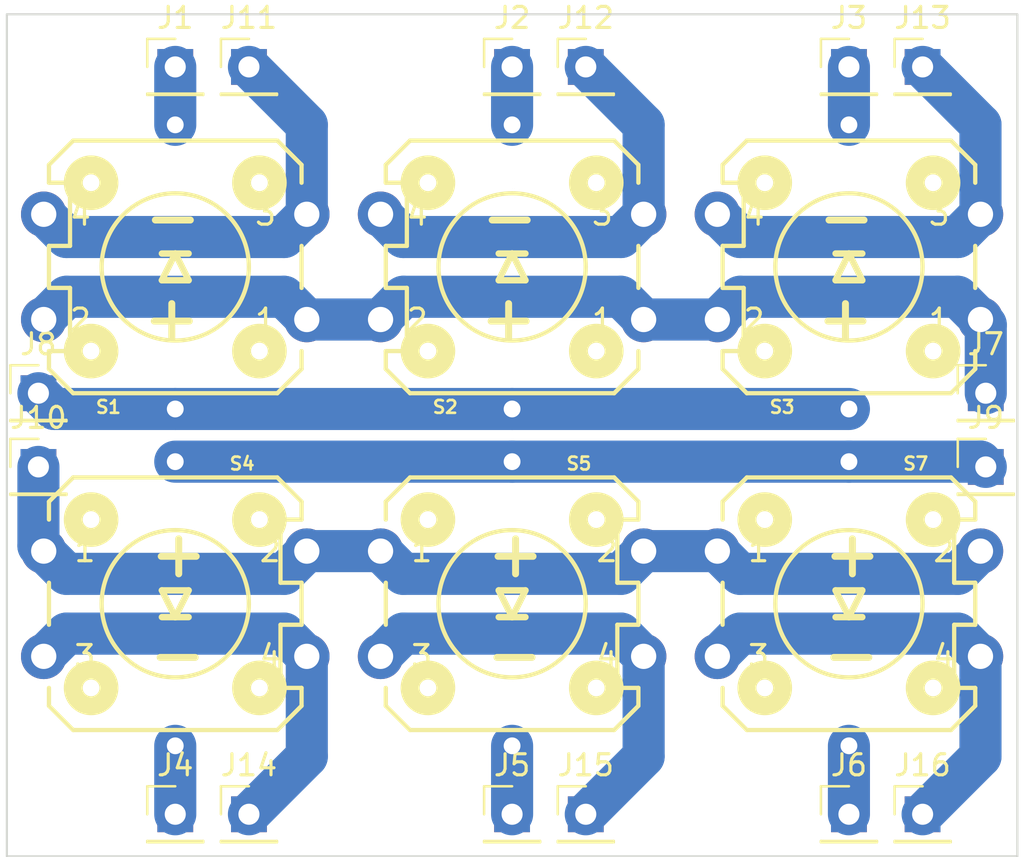
<source format=kicad_pcb>
(kicad_pcb (version 20221018) (generator pcbnew)
  (layers (0 "F.Cu" signal) (31 "B.Cu" signal) (34 "B.Paste" user) (35 "F.Paste" user) (36 "B.SilkS" user "B.Silkscreen") (37 "F.SilkS" user "F.Silkscreen") (38 "B.Mask" user) (39 "F.Mask" user) (44 "Edge.Cuts" user))
  (net 0 "")
  (net 1 "/AH")
  (net 2 "/AL")
  (net 3 "Net-(J1-Pin_1)")
  (net 4 "Net-(J2-Pin_1)")
  (net 5 "Net-(J3-Pin_1)")
  (net 6 "Net-(J4-Pin_1)")
  (net 7 "Net-(J5-Pin_1)")
  (net 8 "Net-(J6-Pin_1)")
  (net 9 "/VSSH")
  (net 10 "/VSSL")
  (net 11 "Net-(J11-Pin_1)")
  (net 12 "Net-(J12-Pin_1)")
  (net 13 "Net-(J13-Pin_1)")
  (net 14 "Net-(J14-Pin_1)")
  (net 15 "Net-(J15-Pin_1)")
  (net 16 "Net-(J16-Pin_1)")
  (footprint "Connector_PinHeader_2.54mm:PinHeader_1x01_P2.54mm_Vertical" (layer "F.Cu") (at 84 82.5)
    (fp_text reference "J1" (at 0 -2.33) (layer "F.SilkS"))
    (fp_text value "Conn_01x01_Pin" hide)
    (fp_line (start -1.33 -1.33) (end 0 -1.33) (stroke (width 0.12)) (layer "F.SilkS"))
    (fp_line (start -1.33 0) (end -1.33 -1.33) (stroke (width 0.12)) (layer "F.SilkS"))
    (fp_line (start -1.33 1.27) (end -1.33 1.33) (stroke (width 0.12)) (layer "F.SilkS"))
    (fp_line (start -1.33 1.27) (end 1.33 1.27) (stroke (width 0.12)) (layer "F.SilkS"))
    (fp_line (start -1.33 1.33) (end 1.33 1.33) (stroke (width 0.12)) (layer "F.SilkS"))
    (fp_line (start 1.33 1.27) (end 1.33 1.33) (stroke (width 0.12)) (layer "F.SilkS"))
    (pad "1" thru_hole rect (at 0 0) (size 1.7 1.7) (drill 1) (layers "*.Cu" "*.Mask") (net 3 "Net-(J1-Pin_1)"))
  )
  (footprint "Connector_PinHeader_2.54mm:PinHeader_1x01_P2.54mm_Vertical" (layer "F.Cu") (at 77.5 101.5)
    (fp_text reference "J10" (at 0 -2.33) (layer "F.SilkS"))
    (fp_text value "Conn_01x01_Pin" hide)
    (fp_line (start -1.33 -1.33) (end 0 -1.33) (stroke (width 0.12)) (layer "F.SilkS"))
    (fp_line (start -1.33 0) (end -1.33 -1.33) (stroke (width 0.12)) (layer "F.SilkS"))
    (fp_line (start -1.33 1.27) (end -1.33 1.33) (stroke (width 0.12)) (layer "F.SilkS"))
    (fp_line (start -1.33 1.27) (end 1.33 1.27) (stroke (width 0.12)) (layer "F.SilkS"))
    (fp_line (start -1.33 1.33) (end 1.33 1.33) (stroke (width 0.12)) (layer "F.SilkS"))
    (fp_line (start 1.33 1.27) (end 1.33 1.33) (stroke (width 0.12)) (layer "F.SilkS"))
    (pad "1" thru_hole rect (at 0 0) (size 1.7 1.7) (drill 1) (layers "*.Cu" "*.Mask") (net 10 "/VSSL"))
  )
  (footprint "Connector_PinHeader_2.54mm:PinHeader_1x01_P2.54mm_Vertical" (layer "F.Cu") (at 87.5 118)
    (fp_text reference "J14" (at 0 -2.33) (layer "F.SilkS"))
    (fp_text value "Conn_01x01_Pin" hide)
    (fp_line (start -1.33 -1.33) (end 0 -1.33) (stroke (width 0.12)) (layer "F.SilkS"))
    (fp_line (start -1.33 0) (end -1.33 -1.33) (stroke (width 0.12)) (layer "F.SilkS"))
    (fp_line (start -1.33 1.27) (end -1.33 1.33) (stroke (width 0.12)) (layer "F.SilkS"))
    (fp_line (start -1.33 1.27) (end 1.33 1.27) (stroke (width 0.12)) (layer "F.SilkS"))
    (fp_line (start -1.33 1.33) (end 1.33 1.33) (stroke (width 0.12)) (layer "F.SilkS"))
    (fp_line (start 1.33 1.27) (end 1.33 1.33) (stroke (width 0.12)) (layer "F.SilkS"))
    (pad "1" thru_hole rect (at 0 0) (size 1.7 1.7) (drill 1) (layers "*.Cu" "*.Mask") (net 14 "Net-(J14-Pin_1)"))
  )
  (footprint "Connector_PinHeader_2.54mm:PinHeader_1x01_P2.54mm_Vertical" (layer "F.Cu") (at 122.5 98)
    (fp_text reference "J7" (at 0 -2.33) (layer "F.SilkS"))
    (fp_text value "Conn_01x01_Pin" hide)
    (fp_line (start -1.33 -1.33) (end 0 -1.33) (stroke (width 0.12)) (layer "F.SilkS"))
    (fp_line (start -1.33 0) (end -1.33 -1.33) (stroke (width 0.12)) (layer "F.SilkS"))
    (fp_line (start -1.33 1.27) (end -1.33 1.33) (stroke (width 0.12)) (layer "F.SilkS"))
    (fp_line (start -1.33 1.27) (end 1.33 1.27) (stroke (width 0.12)) (layer "F.SilkS"))
    (fp_line (start -1.33 1.33) (end 1.33 1.33) (stroke (width 0.12)) (layer "F.SilkS"))
    (fp_line (start 1.33 1.27) (end 1.33 1.33) (stroke (width 0.12)) (layer "F.SilkS"))
    (pad "1" thru_hole rect (at 0 0) (size 1.7 1.7) (drill 1) (layers "*.Cu" "*.Mask") (net 9 "/VSSH"))
  )
  (footprint "mod:TACTILE_SWITCH_LED_PTH_12MM" (layer "F.Cu") (at 84 108)
    (fp_text reference "S4" (at 3.175 -6.6548) (layer "F.SilkS") (effects (font (size 0.6096 0.6096) (thickness 0.127))))
    (fp_text value "MOMENTARY-SWITCH-SPST-LED-PTH-12MM" hide)
    (fp_text user "2" (at 4.50596 -2.50698) (layer "F.SilkS") (effects (font (size 1.016 1.016) (thickness 0.1524))))
    (fp_text user "1" (at -4.29006 -2.50698) (layer "F.SilkS") (effects (font (size 1.016 1.016) (thickness 0.1524))))
    (fp_text user "+" (at 0.1651 -2.413) (layer "F.SilkS") (effects (font (size 2.18186 2.18186) (thickness 0.3302))))
    (fp_text user "3" (at -4.29006 2.49174) (layer "F.SilkS") (effects (font (size 1.016 1.016) (thickness 0.1524))))
    (fp_text user "4" (at 4.50596 2.49174) (layer "F.SilkS") (effects (font (size 1.016 1.016) (thickness 0.1524))))
    (fp_text user "-" (at 0.1143 2.3876) (layer "F.SilkS") (effects (font (size 2.18186 2.18186) (thickness 0.3302))))
    (fp_line (start -5.99948 -4.84886) (end -4.84886 -5.99948) (stroke (width 0.2032)) (layer "F.SilkS"))
    (fp_line (start -5.99948 -3.99796) (end -5.99948 -4.84886) (stroke (width 0.2032)) (layer "F.SilkS"))
    (fp_line (start -5.99948 0.99822) (end -5.99948 -0.99822) (stroke (width 0.2032)) (layer "F.SilkS"))
    (fp_line (start -5.99948 4.84886) (end -5.99948 3.99796) (stroke (width 0.2032)) (layer "F.SilkS"))
    (fp_line (start -4.84886 -5.99948) (end 4.84886 -5.99948) (stroke (width 0.2032)) (layer "F.SilkS"))
    (fp_line (start -4.84886 5.99948) (end -5.99948 4.84886) (stroke (width 0.2032)) (layer "F.SilkS"))
    (fp_line (start -0.635 -0.635) (end 0 0.635) (stroke (width 0.3048)) (layer "F.SilkS"))
    (fp_line (start 0 0.635) (end -0.635 0.635) (stroke (width 0.3048)) (layer "F.SilkS"))
    (fp_line (start 0 0.635) (end 0.635 -0.635) (stroke (width 0.3048)) (layer "F.SilkS"))
    (fp_line (start 0.635 -0.635) (end -0.635 -0.635) (stroke (width 0.3048)) (layer "F.SilkS"))
    (fp_line (start 0.635 0.635) (end 0 0.635) (stroke (width 0.3048)) (layer "F.SilkS"))
    (fp_line (start 4.84886 -5.99948) (end 5.99948 -4.84886) (stroke (width 0.2032)) (layer "F.SilkS"))
    (fp_line (start 4.84886 5.99948) (end -4.84886 5.99948) (stroke (width 0.2032)) (layer "F.SilkS"))
    (fp_line (start 4.99872 -3.99796) (end 5.99948 -3.99796) (stroke (width 0.2032)) (layer "F.SilkS"))
    (fp_line (start 4.99872 -0.99822) (end 4.99872 -3.99796) (stroke (width 0.2032)) (layer "F.SilkS"))
    (fp_line (start 4.99872 0.99822) (end 4.99872 3.99796) (stroke (width 0.2032)) (layer "F.SilkS"))
    (fp_line (start 4.99872 3.99796) (end 5.99948 3.99796) (stroke (width 0.2032)) (layer "F.SilkS"))
    (fp_line (start 5.99948 -4.84886) (end 5.99948 -3.99796) (stroke (width 0.2032)) (layer "F.SilkS"))
    (fp_line (start 5.99948 -0.99822) (end 4.99872 -0.99822) (stroke (width 0.2032)) (layer "F.SilkS"))
    (fp_line (start 5.99948 -0.99822) (end 5.99948 0.99822) (stroke (width 0.2032)) (layer "F.SilkS"))
    (fp_line (start 5.99948 0.99822) (end 4.99872 0.99822) (stroke (width 0.2032)) (layer "F.SilkS"))
    (fp_line (start 5.99948 3.99796) (end 5.99948 4.84886) (stroke (width 0.2032)) (layer "F.SilkS"))
    (fp_line (start 5.99948 4.84886) (end 4.84886 5.99948) (stroke (width 0.2032)) (layer "F.SilkS"))
    (fp_circle (center -3.99796 -3.99796) (end -3.99796 -4.39674) (stroke (width 0.89916)) (fill none) (layer "F.SilkS"))
    (fp_circle (center -3.99796 3.99796) (end -3.99796 3.59918) (stroke (width 0.89916)) (fill none) (layer "F.SilkS"))
    (fp_circle (center 0 0) (end 0 -3.49758) (stroke (width 0.2032)) (fill none) (layer "F.SilkS"))
    (fp_circle (center 3.99796 -3.99796) (end 3.99796 -4.39674) (stroke (width 0.89916)) (fill none) (layer "F.SilkS"))
    (fp_circle (center 3.99796 3.99796) (end 3.99796 3.59918) (stroke (width 0.89916)) (fill none) (layer "F.SilkS"))
    (pad "" np_thru_hole circle (at 0 -4.49834) (size 1.59766 1.59766) (drill 1.59766) (layers "*.Cu" "*.Mask"))
    (pad "" np_thru_hole circle (at 0 4.49834) (size 1.59766 1.59766) (drill 1.59766) (layers "*.Cu" "*.Mask"))
    (pad "1" thru_hole circle (at -6.2484 -2.49936) (size 2.159 2.159) (drill 1.19888) (layers "*.Cu" "*.Mask") (net 10 "/VSSL"))
    (pad "2" thru_hole circle (at 6.2484 -2.49936) (size 2.159 2.159) (drill 1.19888) (layers "*.Cu" "*.Mask") (net 10 "/VSSL"))
    (pad "3" thru_hole circle (at -6.2484 2.49936) (size 2.159 2.159) (drill 1.19888) (layers "*.Cu" "*.Mask") (net 14 "Net-(J14-Pin_1)"))
    (pad "4" thru_hole circle (at 6.2484 2.49936) (size 2.159 2.159) (drill 1.19888) (layers "*.Cu" "*.Mask") (net 14 "Net-(J14-Pin_1)"))
    (pad "A" thru_hole circle (at 0 -6.74878) (size 1.6764 1.6764) (drill 0.79756) (layers "*.Cu" "*.Mask") (net 2 "/AL"))
    (pad "C" thru_hole circle (at 0 6.74878) (size 1.6764 1.6764) (drill 0.79756) (layers "*.Cu" "*.Mask") (net 6 "Net-(J4-Pin_1)"))
  )
  (footprint "Connector_PinHeader_2.54mm:PinHeader_1x01_P2.54mm_Vertical" (layer "F.Cu") (at 116 82.5)
    (fp_text reference "J3" (at 0 -2.33) (layer "F.SilkS"))
    (fp_text value "Conn_01x01_Pin" hide)
    (fp_line (start -1.33 -1.33) (end 0 -1.33) (stroke (width 0.12)) (layer "F.SilkS"))
    (fp_line (start -1.33 0) (end -1.33 -1.33) (stroke (width 0.12)) (layer "F.SilkS"))
    (fp_line (start -1.33 1.27) (end -1.33 1.33) (stroke (width 0.12)) (layer "F.SilkS"))
    (fp_line (start -1.33 1.27) (end 1.33 1.27) (stroke (width 0.12)) (layer "F.SilkS"))
    (fp_line (start -1.33 1.33) (end 1.33 1.33) (stroke (width 0.12)) (layer "F.SilkS"))
    (fp_line (start 1.33 1.27) (end 1.33 1.33) (stroke (width 0.12)) (layer "F.SilkS"))
    (pad "1" thru_hole rect (at 0 0) (size 1.7 1.7) (drill 1) (layers "*.Cu" "*.Mask") (net 5 "Net-(J3-Pin_1)"))
  )
  (footprint "mod:TACTILE_SWITCH_LED_PTH_12MM" (layer "F.Cu") (at 100 108)
    (fp_text reference "S5" (at 3.175 -6.6548) (layer "F.SilkS") (effects (font (size 0.6096 0.6096) (thickness 0.127))))
    (fp_text value "MOMENTARY-SWITCH-SPST-LED-PTH-12MM" hide)
    (fp_text user "2" (at 4.50596 -2.50698) (layer "F.SilkS") (effects (font (size 1.016 1.016) (thickness 0.1524))))
    (fp_text user "+" (at 0.1651 -2.413) (layer "F.SilkS") (effects (font (size 2.18186 2.18186) (thickness 0.3302))))
    (fp_text user "3" (at -4.29006 2.49174) (layer "F.SilkS") (effects (font (size 1.016 1.016) (thickness 0.1524))))
    (fp_text user "4" (at 4.50596 2.49174) (layer "F.SilkS") (effects (font (size 1.016 1.016) (thickness 0.1524))))
    (fp_text user "1" (at -4.29006 -2.50698) (layer "F.SilkS") (effects (font (size 1.016 1.016) (thickness 0.1524))))
    (fp_text user "-" (at 0.1143 2.3876) (layer "F.SilkS") (effects (font (size 2.18186 2.18186) (thickness 0.3302))))
    (fp_line (start -5.99948 -4.84886) (end -4.84886 -5.99948) (stroke (width 0.2032)) (layer "F.SilkS"))
    (fp_line (start -5.99948 -3.99796) (end -5.99948 -4.84886) (stroke (width 0.2032)) (layer "F.SilkS"))
    (fp_line (start -5.99948 0.99822) (end -5.99948 -0.99822) (stroke (width 0.2032)) (layer "F.SilkS"))
    (fp_line (start -5.99948 4.84886) (end -5.99948 3.99796) (stroke (width 0.2032)) (layer "F.SilkS"))
    (fp_line (start -4.84886 -5.99948) (end 4.84886 -5.99948) (stroke (width 0.2032)) (layer "F.SilkS"))
    (fp_line (start -4.84886 5.99948) (end -5.99948 4.84886) (stroke (width 0.2032)) (layer "F.SilkS"))
    (fp_line (start -0.635 -0.635) (end 0 0.635) (stroke (width 0.3048)) (layer "F.SilkS"))
    (fp_line (start 0 0.635) (end -0.635 0.635) (stroke (width 0.3048)) (layer "F.SilkS"))
    (fp_line (start 0 0.635) (end 0.635 -0.635) (stroke (width 0.3048)) (layer "F.SilkS"))
    (fp_line (start 0.635 -0.635) (end -0.635 -0.635) (stroke (width 0.3048)) (layer "F.SilkS"))
    (fp_line (start 0.635 0.635) (end 0 0.635) (stroke (width 0.3048)) (layer "F.SilkS"))
    (fp_line (start 4.84886 -5.99948) (end 5.99948 -4.84886) (stroke (width 0.2032)) (layer "F.SilkS"))
    (fp_line (start 4.84886 5.99948) (end -4.84886 5.99948) (stroke (width 0.2032)) (layer "F.SilkS"))
    (fp_line (start 4.99872 -3.99796) (end 5.99948 -3.99796) (stroke (width 0.2032)) (layer "F.SilkS"))
    (fp_line (start 4.99872 -0.99822) (end 4.99872 -3.99796) (stroke (width 0.2032)) (layer "F.SilkS"))
    (fp_line (start 4.99872 0.99822) (end 4.99872 3.99796) (stroke (width 0.2032)) (layer "F.SilkS"))
    (fp_line (start 4.99872 3.99796) (end 5.99948 3.99796) (stroke (width 0.2032)) (layer "F.SilkS"))
    (fp_line (start 5.99948 -4.84886) (end 5.99948 -3.99796) (stroke (width 0.2032)) (layer "F.SilkS"))
    (fp_line (start 5.99948 -0.99822) (end 4.99872 -0.99822) (stroke (width 0.2032)) (layer "F.SilkS"))
    (fp_line (start 5.99948 -0.99822) (end 5.99948 0.99822) (stroke (width 0.2032)) (layer "F.SilkS"))
    (fp_line (start 5.99948 0.99822) (end 4.99872 0.99822) (stroke (width 0.2032)) (layer "F.SilkS"))
    (fp_line (start 5.99948 3.99796) (end 5.99948 4.84886) (stroke (width 0.2032)) (layer "F.SilkS"))
    (fp_line (start 5.99948 4.84886) (end 4.84886 5.99948) (stroke (width 0.2032)) (layer "F.SilkS"))
    (fp_circle (center -3.99796 -3.99796) (end -3.99796 -4.39674) (stroke (width 0.89916)) (fill none) (layer "F.SilkS"))
    (fp_circle (center -3.99796 3.99796) (end -3.99796 3.59918) (stroke (width 0.89916)) (fill none) (layer "F.SilkS"))
    (fp_circle (center 0 0) (end 0 -3.49758) (stroke (width 0.2032)) (fill none) (layer "F.SilkS"))
    (fp_circle (center 3.99796 -3.99796) (end 3.99796 -4.39674) (stroke (width 0.89916)) (fill none) (layer "F.SilkS"))
    (fp_circle (center 3.99796 3.99796) (end 3.99796 3.59918) (stroke (width 0.89916)) (fill none) (layer "F.SilkS"))
    (pad "" np_thru_hole circle (at 0 -4.49834) (size 1.59766 1.59766) (drill 1.59766) (layers "*.Cu" "*.Mask"))
    (pad "" np_thru_hole circle (at 0 4.49834) (size 1.59766 1.59766) (drill 1.59766) (layers "*.Cu" "*.Mask"))
    (pad "1" thru_hole circle (at -6.2484 -2.49936) (size 2.159 2.159) (drill 1.19888) (layers "*.Cu" "*.Mask") (net 10 "/VSSL"))
    (pad "2" thru_hole circle (at 6.2484 -2.49936) (size 2.159 2.159) (drill 1.19888) (layers "*.Cu" "*.Mask") (net 10 "/VSSL"))
    (pad "3" thru_hole circle (at -6.2484 2.49936) (size 2.159 2.159) (drill 1.19888) (layers "*.Cu" "*.Mask") (net 15 "Net-(J15-Pin_1)"))
    (pad "4" thru_hole circle (at 6.2484 2.49936) (size 2.159 2.159) (drill 1.19888) (layers "*.Cu" "*.Mask") (net 15 "Net-(J15-Pin_1)"))
    (pad "A" thru_hole circle (at 0 -6.74878) (size 1.6764 1.6764) (drill 0.79756) (layers "*.Cu" "*.Mask") (net 2 "/AL"))
    (pad "C" thru_hole circle (at 0 6.74878) (size 1.6764 1.6764) (drill 0.79756) (layers "*.Cu" "*.Mask") (net 7 "Net-(J5-Pin_1)"))
  )
  (footprint "Connector_PinHeader_2.54mm:PinHeader_1x01_P2.54mm_Vertical" (layer "F.Cu") (at 116 118)
    (fp_text reference "J6" (at 0 -2.33) (layer "F.SilkS"))
    (fp_text value "Conn_01x01_Pin" hide)
    (fp_line (start -1.33 -1.33) (end 0 -1.33) (stroke (width 0.12)) (layer "F.SilkS"))
    (fp_line (start -1.33 0) (end -1.33 -1.33) (stroke (width 0.12)) (layer "F.SilkS"))
    (fp_line (start -1.33 1.27) (end -1.33 1.33) (stroke (width 0.12)) (layer "F.SilkS"))
    (fp_line (start -1.33 1.27) (end 1.33 1.27) (stroke (width 0.12)) (layer "F.SilkS"))
    (fp_line (start -1.33 1.33) (end 1.33 1.33) (stroke (width 0.12)) (layer "F.SilkS"))
    (fp_line (start 1.33 1.27) (end 1.33 1.33) (stroke (width 0.12)) (layer "F.SilkS"))
    (pad "1" thru_hole rect (at 0 0) (size 1.7 1.7) (drill 1) (layers "*.Cu" "*.Mask") (net 8 "Net-(J6-Pin_1)"))
  )
  (footprint "mod:TACTILE_SWITCH_LED_PTH_12MM" (layer "F.Cu") (at 84 92 180)
    (fp_text reference "S1" (at 3.175 -6.6548) (layer "F.SilkS") (effects (font (size 0.6096 0.6096) (thickness 0.127))))
    (fp_text value "MOMENTARY-SWITCH-SPST-LED-PTH-12MM" hide)
    (fp_text user "-" (at 0.1143 2.3876) (layer "F.SilkS") (effects (font (size 2.18186 2.18186) (thickness 0.3302))))
    (fp_text user "4" (at 4.50596 2.49174) (layer "F.SilkS") (effects (font (size 1.016 1.016) (thickness 0.1524))))
    (fp_text user "1" (at -4.29006 -2.50698) (layer "F.SilkS") (effects (font (size 1.016 1.016) (thickness 0.1524))))
    (fp_text user "3" (at -4.29006 2.49174) (layer "F.SilkS") (effects (font (size 1.016 1.016) (thickness 0.1524))))
    (fp_text user "+" (at 0.1651 -2.413) (layer "F.SilkS") (effects (font (size 2.18186 2.18186) (thickness 0.3302))))
    (fp_text user "2" (at 4.50596 -2.50698) (layer "F.SilkS") (effects (font (size 1.016 1.016) (thickness 0.1524))))
    (fp_line (start -5.99948 -4.84886) (end -4.84886 -5.99948) (stroke (width 0.2032)) (layer "F.SilkS"))
    (fp_line (start -5.99948 -3.99796) (end -5.99948 -4.84886) (stroke (width 0.2032)) (layer "F.SilkS"))
    (fp_line (start -5.99948 0.99822) (end -5.99948 -0.99822) (stroke (width 0.2032)) (layer "F.SilkS"))
    (fp_line (start -5.99948 4.84886) (end -5.99948 3.99796) (stroke (width 0.2032)) (layer "F.SilkS"))
    (fp_line (start -4.84886 -5.99948) (end 4.84886 -5.99948) (stroke (width 0.2032)) (layer "F.SilkS"))
    (fp_line (start -4.84886 5.99948) (end -5.99948 4.84886) (stroke (width 0.2032)) (layer "F.SilkS"))
    (fp_line (start -0.635 -0.635) (end 0 0.635) (stroke (width 0.3048)) (layer "F.SilkS"))
    (fp_line (start 0 0.635) (end -0.635 0.635) (stroke (width 0.3048)) (layer "F.SilkS"))
    (fp_line (start 0 0.635) (end 0.635 -0.635) (stroke (width 0.3048)) (layer "F.SilkS"))
    (fp_line (start 0.635 -0.635) (end -0.635 -0.635) (stroke (width 0.3048)) (layer "F.SilkS"))
    (fp_line (start 0.635 0.635) (end 0 0.635) (stroke (width 0.3048)) (layer "F.SilkS"))
    (fp_line (start 4.84886 -5.99948) (end 5.99948 -4.84886) (stroke (width 0.2032)) (layer "F.SilkS"))
    (fp_line (start 4.84886 5.99948) (end -4.84886 5.99948) (stroke (width 0.2032)) (layer "F.SilkS"))
    (fp_line (start 4.99872 -3.99796) (end 5.99948 -3.99796) (stroke (width 0.2032)) (layer "F.SilkS"))
    (fp_line (start 4.99872 -0.99822) (end 4.99872 -3.99796) (stroke (width 0.2032)) (layer "F.SilkS"))
    (fp_line (start 4.99872 0.99822) (end 4.99872 3.99796) (stroke (width 0.2032)) (layer "F.SilkS"))
    (fp_line (start 4.99872 3.99796) (end 5.99948 3.99796) (stroke (width 0.2032)) (layer "F.SilkS"))
    (fp_line (start 5.99948 -4.84886) (end 5.99948 -3.99796) (stroke (width 0.2032)) (layer "F.SilkS"))
    (fp_line (start 5.99948 -0.99822) (end 4.99872 -0.99822) (stroke (width 0.2032)) (layer "F.SilkS"))
    (fp_line (start 5.99948 -0.99822) (end 5.99948 0.99822) (stroke (width 0.2032)) (layer "F.SilkS"))
    (fp_line (start 5.99948 0.99822) (end 4.99872 0.99822) (stroke (width 0.2032)) (layer "F.SilkS"))
    (fp_line (start 5.99948 3.99796) (end 5.99948 4.84886) (stroke (width 0.2032)) (layer "F.SilkS"))
    (fp_line (start 5.99948 4.84886) (end 4.84886 5.99948) (stroke (width 0.2032)) (layer "F.SilkS"))
    (fp_circle (center -3.99796 -3.99796) (end -3.99796 -4.39674) (stroke (width 0.89916)) (fill none) (layer "F.SilkS"))
    (fp_circle (center -3.99796 3.99796) (end -3.99796 3.59918) (stroke (width 0.89916)) (fill none) (layer "F.SilkS"))
    (fp_circle (center 0 0) (end 0 -3.49758) (stroke (width 0.2032)) (fill none) (layer "F.SilkS"))
    (fp_circle (center 3.99796 -3.99796) (end 3.99796 -4.39674) (stroke (width 0.89916)) (fill none) (layer "F.SilkS"))
    (fp_circle (center 3.99796 3.99796) (end 3.99796 3.59918) (stroke (width 0.89916)) (fill none) (layer "F.SilkS"))
    (pad "" np_thru_hole circle (at 0 -4.49834 180) (size 1.59766 1.59766) (drill 1.59766) (layers "*.Cu" "*.Mask"))
    (pad "" np_thru_hole circle (at 0 4.49834 180) (size 1.59766 1.59766) (drill 1.59766) (layers "*.Cu" "*.Mask"))
    (pad "1" thru_hole circle (at -6.2484 -2.49936 180) (size 2.159 2.159) (drill 1.19888) (layers "*.Cu" "*.Mask") (net 9 "/VSSH"))
    (pad "2" thru_hole circle (at 6.2484 -2.49936 180) (size 2.159 2.159) (drill 1.19888) (layers "*.Cu" "*.Mask") (net 9 "/VSSH"))
    (pad "3" thru_hole circle (at -6.2484 2.49936 180) (size 2.159 2.159) (drill 1.19888) (layers "*.Cu" "*.Mask") (net 11 "Net-(J11-Pin_1)"))
    (pad "4" thru_hole circle (at 6.2484 2.49936 180) (size 2.159 2.159) (drill 1.19888) (layers "*.Cu" "*.Mask") (net 11 "Net-(J11-Pin_1)"))
    (pad "A" thru_hole circle (at 0 -6.74878 180) (size 1.6764 1.6764) (drill 0.79756) (layers "*.Cu" "*.Mask") (net 1 "/AH"))
    (pad "C" thru_hole circle (at 0 6.74878 180) (size 1.6764 1.6764) (drill 0.79756) (layers "*.Cu" "*.Mask") (net 3 "Net-(J1-Pin_1)"))
  )
  (footprint "mod:TACTILE_SWITCH_LED_PTH_12MM" (layer "F.Cu") (at 100 92 180)
    (fp_text reference "S2" (at 3.175 -6.6548) (layer "F.SilkS") (effects (font (size 0.6096 0.6096) (thickness 0.127))))
    (fp_text value "MOMENTARY-SWITCH-SPST-LED-PTH-12MM" hide)
    (fp_text user "1" (at -4.29006 -2.50698) (layer "F.SilkS") (effects (font (size 1.016 1.016) (thickness 0.1524))))
    (fp_text user "4" (at 4.50596 2.49174) (layer "F.SilkS") (effects (font (size 1.016 1.016) (thickness 0.1524))))
    (fp_text user "3" (at -4.29006 2.49174) (layer "F.SilkS") (effects (font (size 1.016 1.016) (thickness 0.1524))))
    (fp_text user "2" (at 4.50596 -2.50698) (layer "F.SilkS") (effects (font (size 1.016 1.016) (thickness 0.1524))))
    (fp_text user "-" (at 0.1143 2.3876) (layer "F.SilkS") (effects (font (size 2.18186 2.18186) (thickness 0.3302))))
    (fp_text user "+" (at 0.1651 -2.413) (layer "F.SilkS") (effects (font (size 2.18186 2.18186) (thickness 0.3302))))
    (fp_line (start -5.99948 -4.84886) (end -4.84886 -5.99948) (stroke (width 0.2032)) (layer "F.SilkS"))
    (fp_line (start -5.99948 -3.99796) (end -5.99948 -4.84886) (stroke (width 0.2032)) (layer "F.SilkS"))
    (fp_line (start -5.99948 0.99822) (end -5.99948 -0.99822) (stroke (width 0.2032)) (layer "F.SilkS"))
    (fp_line (start -5.99948 4.84886) (end -5.99948 3.99796) (stroke (width 0.2032)) (layer "F.SilkS"))
    (fp_line (start -4.84886 -5.99948) (end 4.84886 -5.99948) (stroke (width 0.2032)) (layer "F.SilkS"))
    (fp_line (start -4.84886 5.99948) (end -5.99948 4.84886) (stroke (width 0.2032)) (layer "F.SilkS"))
    (fp_line (start -0.635 -0.635) (end 0 0.635) (stroke (width 0.3048)) (layer "F.SilkS"))
    (fp_line (start 0 0.635) (end -0.635 0.635) (stroke (width 0.3048)) (layer "F.SilkS"))
    (fp_line (start 0 0.635) (end 0.635 -0.635) (stroke (width 0.3048)) (layer "F.SilkS"))
    (fp_line (start 0.635 -0.635) (end -0.635 -0.635) (stroke (width 0.3048)) (layer "F.SilkS"))
    (fp_line (start 0.635 0.635) (end 0 0.635) (stroke (width 0.3048)) (layer "F.SilkS"))
    (fp_line (start 4.84886 -5.99948) (end 5.99948 -4.84886) (stroke (width 0.2032)) (layer "F.SilkS"))
    (fp_line (start 4.84886 5.99948) (end -4.84886 5.99948) (stroke (width 0.2032)) (layer "F.SilkS"))
    (fp_line (start 4.99872 -3.99796) (end 5.99948 -3.99796) (stroke (width 0.2032)) (layer "F.SilkS"))
    (fp_line (start 4.99872 -0.99822) (end 4.99872 -3.99796) (stroke (width 0.2032)) (layer "F.SilkS"))
    (fp_line (start 4.99872 0.99822) (end 4.99872 3.99796) (stroke (width 0.2032)) (layer "F.SilkS"))
    (fp_line (start 4.99872 3.99796) (end 5.99948 3.99796) (stroke (width 0.2032)) (layer "F.SilkS"))
    (fp_line (start 5.99948 -4.84886) (end 5.99948 -3.99796) (stroke (width 0.2032)) (layer "F.SilkS"))
    (fp_line (start 5.99948 -0.99822) (end 4.99872 -0.99822) (stroke (width 0.2032)) (layer "F.SilkS"))
    (fp_line (start 5.99948 -0.99822) (end 5.99948 0.99822) (stroke (width 0.2032)) (layer "F.SilkS"))
    (fp_line (start 5.99948 0.99822) (end 4.99872 0.99822) (stroke (width 0.2032)) (layer "F.SilkS"))
    (fp_line (start 5.99948 3.99796) (end 5.99948 4.84886) (stroke (width 0.2032)) (layer "F.SilkS"))
    (fp_line (start 5.99948 4.84886) (end 4.84886 5.99948) (stroke (width 0.2032)) (layer "F.SilkS"))
    (fp_circle (center -3.99796 -3.99796) (end -3.99796 -4.39674) (stroke (width 0.89916)) (fill none) (layer "F.SilkS"))
    (fp_circle (center -3.99796 3.99796) (end -3.99796 3.59918) (stroke (width 0.89916)) (fill none) (layer "F.SilkS"))
    (fp_circle (center 0 0) (end 0 -3.49758) (stroke (width 0.2032)) (fill none) (layer "F.SilkS"))
    (fp_circle (center 3.99796 -3.99796) (end 3.99796 -4.39674) (stroke (width 0.89916)) (fill none) (layer "F.SilkS"))
    (fp_circle (center 3.99796 3.99796) (end 3.99796 3.59918) (stroke (width 0.89916)) (fill none) (layer "F.SilkS"))
    (pad "" np_thru_hole circle (at 0 -4.49834 180) (size 1.59766 1.59766) (drill 1.59766) (layers "*.Cu" "*.Mask"))
    (pad "" np_thru_hole circle (at 0 4.49834 180) (size 1.59766 1.59766) (drill 1.59766) (layers "*.Cu" "*.Mask"))
    (pad "1" thru_hole circle (at -6.2484 -2.49936 180) (size 2.159 2.159) (drill 1.19888) (layers "*.Cu" "*.Mask") (net 9 "/VSSH"))
    (pad "2" thru_hole circle (at 6.2484 -2.49936 180) (size 2.159 2.159) (drill 1.19888) (layers "*.Cu" "*.Mask") (net 9 "/VSSH"))
    (pad "3" thru_hole circle (at -6.2484 2.49936 180) (size 2.159 2.159) (drill 1.19888) (layers "*.Cu" "*.Mask") (net 12 "Net-(J12-Pin_1)"))
    (pad "4" thru_hole circle (at 6.2484 2.49936 180) (size 2.159 2.159) (drill 1.19888) (layers "*.Cu" "*.Mask") (net 12 "Net-(J12-Pin_1)"))
    (pad "A" thru_hole circle (at 0 -6.74878 180) (size 1.6764 1.6764) (drill 0.79756) (layers "*.Cu" "*.Mask") (net 1 "/AH"))
    (pad "C" thru_hole circle (at 0 6.74878 180) (size 1.6764 1.6764) (drill 0.79756) (layers "*.Cu" "*.Mask") (net 4 "Net-(J2-Pin_1)"))
  )
  (footprint "Connector_PinHeader_2.54mm:PinHeader_1x01_P2.54mm_Vertical" (layer "F.Cu") (at 103.5 118)
    (fp_text reference "J15" (at 0 -2.33) (layer "F.SilkS"))
    (fp_text value "Conn_01x01_Pin" hide)
    (fp_line (start -1.33 -1.33) (end 0 -1.33) (stroke (width 0.12)) (layer "F.SilkS"))
    (fp_line (start -1.33 0) (end -1.33 -1.33) (stroke (width 0.12)) (layer "F.SilkS"))
    (fp_line (start -1.33 1.27) (end -1.33 1.33) (stroke (width 0.12)) (layer "F.SilkS"))
    (fp_line (start -1.33 1.27) (end 1.33 1.27) (stroke (width 0.12)) (layer "F.SilkS"))
    (fp_line (start -1.33 1.33) (end 1.33 1.33) (stroke (width 0.12)) (layer "F.SilkS"))
    (fp_line (start 1.33 1.27) (end 1.33 1.33) (stroke (width 0.12)) (layer "F.SilkS"))
    (pad "1" thru_hole rect (at 0 0) (size 1.7 1.7) (drill 1) (layers "*.Cu" "*.Mask") (net 15 "Net-(J15-Pin_1)"))
  )
  (footprint "Connector_PinHeader_2.54mm:PinHeader_1x01_P2.54mm_Vertical" (layer "F.Cu") (at 119.5 82.5)
    (fp_text reference "J13" (at 0 -2.33) (layer "F.SilkS"))
    (fp_text value "Conn_01x01_Pin" hide)
    (fp_line (start -1.33 -1.33) (end 0 -1.33) (stroke (width 0.12)) (layer "F.SilkS"))
    (fp_line (start -1.33 0) (end -1.33 -1.33) (stroke (width 0.12)) (layer "F.SilkS"))
    (fp_line (start -1.33 1.27) (end -1.33 1.33) (stroke (width 0.12)) (layer "F.SilkS"))
    (fp_line (start -1.33 1.27) (end 1.33 1.27) (stroke (width 0.12)) (layer "F.SilkS"))
    (fp_line (start -1.33 1.33) (end 1.33 1.33) (stroke (width 0.12)) (layer "F.SilkS"))
    (fp_line (start 1.33 1.27) (end 1.33 1.33) (stroke (width 0.12)) (layer "F.SilkS"))
    (pad "1" thru_hole rect (at 0 0) (size 1.7 1.7) (drill 1) (layers "*.Cu" "*.Mask") (net 13 "Net-(J13-Pin_1)"))
  )
  (footprint "Connector_PinHeader_2.54mm:PinHeader_1x01_P2.54mm_Vertical" (layer "F.Cu") (at 122.5 101.5)
    (fp_text reference "J9" (at 0 -2.33) (layer "F.SilkS"))
    (fp_text value "Conn_01x01_Pin" hide)
    (fp_line (start -1.33 -1.33) (end 0 -1.33) (stroke (width 0.12)) (layer "F.SilkS"))
    (fp_line (start -1.33 0) (end -1.33 -1.33) (stroke (width 0.12)) (layer "F.SilkS"))
    (fp_line (start -1.33 1.27) (end -1.33 1.33) (stroke (width 0.12)) (layer "F.SilkS"))
    (fp_line (start -1.33 1.27) (end 1.33 1.27) (stroke (width 0.12)) (layer "F.SilkS"))
    (fp_line (start -1.33 1.33) (end 1.33 1.33) (stroke (width 0.12)) (layer "F.SilkS"))
    (fp_line (start 1.33 1.27) (end 1.33 1.33) (stroke (width 0.12)) (layer "F.SilkS"))
    (pad "1" thru_hole rect (at 0 0) (size 1.7 1.7) (drill 1) (layers "*.Cu" "*.Mask") (net 2 "/AL"))
  )
  (footprint "Connector_PinHeader_2.54mm:PinHeader_1x01_P2.54mm_Vertical" (layer "F.Cu") (at 87.5 82.5)
    (fp_text reference "J11" (at 0 -2.33) (layer "F.SilkS"))
    (fp_text value "Conn_01x01_Pin" hide)
    (fp_line (start -1.33 -1.33) (end 0 -1.33) (stroke (width 0.12)) (layer "F.SilkS"))
    (fp_line (start -1.33 0) (end -1.33 -1.33) (stroke (width 0.12)) (layer "F.SilkS"))
    (fp_line (start -1.33 1.27) (end -1.33 1.33) (stroke (width 0.12)) (layer "F.SilkS"))
    (fp_line (start -1.33 1.27) (end 1.33 1.27) (stroke (width 0.12)) (layer "F.SilkS"))
    (fp_line (start -1.33 1.33) (end 1.33 1.33) (stroke (width 0.12)) (layer "F.SilkS"))
    (fp_line (start 1.33 1.27) (end 1.33 1.33) (stroke (width 0.12)) (layer "F.SilkS"))
    (pad "1" thru_hole rect (at 0 0) (size 1.7 1.7) (drill 1) (layers "*.Cu" "*.Mask") (net 11 "Net-(J11-Pin_1)"))
  )
  (footprint "mod:TACTILE_SWITCH_LED_PTH_12MM" (layer "F.Cu") (at 116 108)
    (fp_text reference "S7" (at 3.175 -6.6548) (layer "F.SilkS") (effects (font (size 0.6096 0.6096) (thickness 0.127))))
    (fp_text value "MOMENTARY-SWITCH-SPST-LED-PTH-12MM" hide)
    (fp_text user "4" (at 4.50596 2.49174) (layer "F.SilkS") (effects (font (size 1.016 1.016) (thickness 0.1524))))
    (fp_text user "+" (at 0.1651 -2.413) (layer "F.SilkS") (effects (font (size 2.18186 2.18186) (thickness 0.3302))))
    (fp_text user "-" (at 0.1143 2.3876) (layer "F.SilkS") (effects (font (size 2.18186 2.18186) (thickness 0.3302))))
    (fp_text user "3" (at -4.29006 2.49174) (layer "F.SilkS") (effects (font (size 1.016 1.016) (thickness 0.1524))))
    (fp_text user "2" (at 4.50596 -2.50698) (layer "F.SilkS") (effects (font (size 1.016 1.016) (thickness 0.1524))))
    (fp_text user "1" (at -4.29006 -2.50698) (layer "F.SilkS") (effects (font (size 1.016 1.016) (thickness 0.1524))))
    (fp_line (start -5.99948 -4.84886) (end -4.84886 -5.99948) (stroke (width 0.2032)) (layer "F.SilkS"))
    (fp_line (start -5.99948 -3.99796) (end -5.99948 -4.84886) (stroke (width 0.2032)) (layer "F.SilkS"))
    (fp_line (start -5.99948 0.99822) (end -5.99948 -0.99822) (stroke (width 0.2032)) (layer "F.SilkS"))
    (fp_line (start -5.99948 4.84886) (end -5.99948 3.99796) (stroke (width 0.2032)) (layer "F.SilkS"))
    (fp_line (start -4.84886 -5.99948) (end 4.84886 -5.99948) (stroke (width 0.2032)) (layer "F.SilkS"))
    (fp_line (start -4.84886 5.99948) (end -5.99948 4.84886) (stroke (width 0.2032)) (layer "F.SilkS"))
    (fp_line (start -0.635 -0.635) (end 0 0.635) (stroke (width 0.3048)) (layer "F.SilkS"))
    (fp_line (start 0 0.635) (end -0.635 0.635) (stroke (width 0.3048)) (layer "F.SilkS"))
    (fp_line (start 0 0.635) (end 0.635 -0.635) (stroke (width 0.3048)) (layer "F.SilkS"))
    (fp_line (start 0.635 -0.635) (end -0.635 -0.635) (stroke (width 0.3048)) (layer "F.SilkS"))
    (fp_line (start 0.635 0.635) (end 0 0.635) (stroke (width 0.3048)) (layer "F.SilkS"))
    (fp_line (start 4.84886 -5.99948) (end 5.99948 -4.84886) (stroke (width 0.2032)) (layer "F.SilkS"))
    (fp_line (start 4.84886 5.99948) (end -4.84886 5.99948) (stroke (width 0.2032)) (layer "F.SilkS"))
    (fp_line (start 4.99872 -3.99796) (end 5.99948 -3.99796) (stroke (width 0.2032)) (layer "F.SilkS"))
    (fp_line (start 4.99872 -0.99822) (end 4.99872 -3.99796) (stroke (width 0.2032)) (layer "F.SilkS"))
    (fp_line (start 4.99872 0.99822) (end 4.99872 3.99796) (stroke (width 0.2032)) (layer "F.SilkS"))
    (fp_line (start 4.99872 3.99796) (end 5.99948 3.99796) (stroke (width 0.2032)) (layer "F.SilkS"))
    (fp_line (start 5.99948 -4.84886) (end 5.99948 -3.99796) (stroke (width 0.2032)) (layer "F.SilkS"))
    (fp_line (start 5.99948 -0.99822) (end 4.99872 -0.99822) (stroke (width 0.2032)) (layer "F.SilkS"))
    (fp_line (start 5.99948 -0.99822) (end 5.99948 0.99822) (stroke (width 0.2032)) (layer "F.SilkS"))
    (fp_line (start 5.99948 0.99822) (end 4.99872 0.99822) (stroke (width 0.2032)) (layer "F.SilkS"))
    (fp_line (start 5.99948 3.99796) (end 5.99948 4.84886) (stroke (width 0.2032)) (layer "F.SilkS"))
    (fp_line (start 5.99948 4.84886) (end 4.84886 5.99948) (stroke (width 0.2032)) (layer "F.SilkS"))
    (fp_circle (center -3.99796 -3.99796) (end -3.99796 -4.39674) (stroke (width 0.89916)) (fill none) (layer "F.SilkS"))
    (fp_circle (center -3.99796 3.99796) (end -3.99796 3.59918) (stroke (width 0.89916)) (fill none) (layer "F.SilkS"))
    (fp_circle (center 0 0) (end 0 -3.49758) (stroke (width 0.2032)) (fill none) (layer "F.SilkS"))
    (fp_circle (center 3.99796 -3.99796) (end 3.99796 -4.39674) (stroke (width 0.89916)) (fill none) (layer "F.SilkS"))
    (fp_circle (center 3.99796 3.99796) (end 3.99796 3.59918) (stroke (width 0.89916)) (fill none) (layer "F.SilkS"))
    (pad "" np_thru_hole circle (at 0 -4.49834) (size 1.59766 1.59766) (drill 1.59766) (layers "*.Cu" "*.Mask"))
    (pad "" np_thru_hole circle (at 0 4.49834) (size 1.59766 1.59766) (drill 1.59766) (layers "*.Cu" "*.Mask"))
    (pad "1" thru_hole circle (at -6.2484 -2.49936) (size 2.159 2.159) (drill 1.19888) (layers "*.Cu" "*.Mask") (net 10 "/VSSL"))
    (pad "2" thru_hole circle (at 6.2484 -2.49936) (size 2.159 2.159) (drill 1.19888) (layers "*.Cu" "*.Mask") (net 10 "/VSSL"))
    (pad "3" thru_hole circle (at -6.2484 2.49936) (size 2.159 2.159) (drill 1.19888) (layers "*.Cu" "*.Mask") (net 16 "Net-(J16-Pin_1)"))
    (pad "4" thru_hole circle (at 6.2484 2.49936) (size 2.159 2.159) (drill 1.19888) (layers "*.Cu" "*.Mask") (net 16 "Net-(J16-Pin_1)"))
    (pad "A" thru_hole circle (at 0 -6.74878) (size 1.6764 1.6764) (drill 0.79756) (layers "*.Cu" "*.Mask") (net 2 "/AL"))
    (pad "C" thru_hole circle (at 0 6.74878) (size 1.6764 1.6764) (drill 0.79756) (layers "*.Cu" "*.Mask") (net 8 "Net-(J6-Pin_1)"))
  )
  (footprint "Connector_PinHeader_2.54mm:PinHeader_1x01_P2.54mm_Vertical" (layer "F.Cu") (at 100 82.5)
    (fp_text reference "J2" (at 0 -2.33) (layer "F.SilkS"))
    (fp_text value "Conn_01x01_Pin" hide)
    (fp_line (start -1.33 -1.33) (end 0 -1.33) (stroke (width 0.12)) (layer "F.SilkS"))
    (fp_line (start -1.33 0) (end -1.33 -1.33) (stroke (width 0.12)) (layer "F.SilkS"))
    (fp_line (start -1.33 1.27) (end -1.33 1.33) (stroke (width 0.12)) (layer "F.SilkS"))
    (fp_line (start -1.33 1.27) (end 1.33 1.27) (stroke (width 0.12)) (layer "F.SilkS"))
    (fp_line (start -1.33 1.33) (end 1.33 1.33) (stroke (width 0.12)) (layer "F.SilkS"))
    (fp_line (start 1.33 1.27) (end 1.33 1.33) (stroke (width 0.12)) (layer "F.SilkS"))
    (pad "1" thru_hole rect (at 0 0) (size 1.7 1.7) (drill 1) (layers "*.Cu" "*.Mask") (net 4 "Net-(J2-Pin_1)"))
  )
  (footprint "mod:TACTILE_SWITCH_LED_PTH_12MM" (layer "F.Cu") (at 116 92 180)
    (fp_text reference "S3" (at 3.175 -6.6548) (layer "F.SilkS") (effects (font (size 0.6096 0.6096) (thickness 0.127))))
    (fp_text value "MOMENTARY-SWITCH-SPST-LED-PTH-12MM" hide)
    (fp_text user "3" (at -4.29006 2.49174) (layer "F.SilkS") (effects (font (size 1.016 1.016) (thickness 0.1524))))
    (fp_text user "1" (at -4.29006 -2.50698) (layer "F.SilkS") (effects (font (size 1.016 1.016) (thickness 0.1524))))
    (fp_text user "4" (at 4.50596 2.49174) (layer "F.SilkS") (effects (font (size 1.016 1.016) (thickness 0.1524))))
    (fp_text user "+" (at 0.1651 -2.413) (layer "F.SilkS") (effects (font (size 2.18186 2.18186) (thickness 0.3302))))
    (fp_text user "-" (at 0.1143 2.3876) (layer "F.SilkS") (effects (font (size 2.18186 2.18186) (thickness 0.3302))))
    (fp_text user "2" (at 4.50596 -2.50698) (layer "F.SilkS") (effects (font (size 1.016 1.016) (thickness 0.1524))))
    (fp_line (start -5.99948 -4.84886) (end -4.84886 -5.99948) (stroke (width 0.2032)) (layer "F.SilkS"))
    (fp_line (start -5.99948 -3.99796) (end -5.99948 -4.84886) (stroke (width 0.2032)) (layer "F.SilkS"))
    (fp_line (start -5.99948 0.99822) (end -5.99948 -0.99822) (stroke (width 0.2032)) (layer "F.SilkS"))
    (fp_line (start -5.99948 4.84886) (end -5.99948 3.99796) (stroke (width 0.2032)) (layer "F.SilkS"))
    (fp_line (start -4.84886 -5.99948) (end 4.84886 -5.99948) (stroke (width 0.2032)) (layer "F.SilkS"))
    (fp_line (start -4.84886 5.99948) (end -5.99948 4.84886) (stroke (width 0.2032)) (layer "F.SilkS"))
    (fp_line (start -0.635 -0.635) (end 0 0.635) (stroke (width 0.3048)) (layer "F.SilkS"))
    (fp_line (start 0 0.635) (end -0.635 0.635) (stroke (width 0.3048)) (layer "F.SilkS"))
    (fp_line (start 0 0.635) (end 0.635 -0.635) (stroke (width 0.3048)) (layer "F.SilkS"))
    (fp_line (start 0.635 -0.635) (end -0.635 -0.635) (stroke (width 0.3048)) (layer "F.SilkS"))
    (fp_line (start 0.635 0.635) (end 0 0.635) (stroke (width 0.3048)) (layer "F.SilkS"))
    (fp_line (start 4.84886 -5.99948) (end 5.99948 -4.84886) (stroke (width 0.2032)) (layer "F.SilkS"))
    (fp_line (start 4.84886 5.99948) (end -4.84886 5.99948) (stroke (width 0.2032)) (layer "F.SilkS"))
    (fp_line (start 4.99872 -3.99796) (end 5.99948 -3.99796) (stroke (width 0.2032)) (layer "F.SilkS"))
    (fp_line (start 4.99872 -0.99822) (end 4.99872 -3.99796) (stroke (width 0.2032)) (layer "F.SilkS"))
    (fp_line (start 4.99872 0.99822) (end 4.99872 3.99796) (stroke (width 0.2032)) (layer "F.SilkS"))
    (fp_line (start 4.99872 3.99796) (end 5.99948 3.99796) (stroke (width 0.2032)) (layer "F.SilkS"))
    (fp_line (start 5.99948 -4.84886) (end 5.99948 -3.99796) (stroke (width 0.2032)) (layer "F.SilkS"))
    (fp_line (start 5.99948 -0.99822) (end 4.99872 -0.99822) (stroke (width 0.2032)) (layer "F.SilkS"))
    (fp_line (start 5.99948 -0.99822) (end 5.99948 0.99822) (stroke (width 0.2032)) (layer "F.SilkS"))
    (fp_line (start 5.99948 0.99822) (end 4.99872 0.99822) (stroke (width 0.2032)) (layer "F.SilkS"))
    (fp_line (start 5.99948 3.99796) (end 5.99948 4.84886) (stroke (width 0.2032)) (layer "F.SilkS"))
    (fp_line (start 5.99948 4.84886) (end 4.84886 5.99948) (stroke (width 0.2032)) (layer "F.SilkS"))
    (fp_circle (center -3.99796 -3.99796) (end -3.99796 -4.39674) (stroke (width 0.89916)) (fill none) (layer "F.SilkS"))
    (fp_circle (center -3.99796 3.99796) (end -3.99796 3.59918) (stroke (width 0.89916)) (fill none) (layer "F.SilkS"))
    (fp_circle (center 0 0) (end 0 -3.49758) (stroke (width 0.2032)) (fill none) (layer "F.SilkS"))
    (fp_circle (center 3.99796 -3.99796) (end 3.99796 -4.39674) (stroke (width 0.89916)) (fill none) (layer "F.SilkS"))
    (fp_circle (center 3.99796 3.99796) (end 3.99796 3.59918) (stroke (width 0.89916)) (fill none) (layer "F.SilkS"))
    (pad "" np_thru_hole circle (at 0 -4.49834 180) (size 1.59766 1.59766) (drill 1.59766) (layers "*.Cu" "*.Mask"))
    (pad "" np_thru_hole circle (at 0 4.49834 180) (size 1.59766 1.59766) (drill 1.59766) (layers "*.Cu" "*.Mask"))
    (pad "1" thru_hole circle (at -6.2484 -2.49936 180) (size 2.159 2.159) (drill 1.19888) (layers "*.Cu" "*.Mask") (net 9 "/VSSH"))
    (pad "2" thru_hole circle (at 6.2484 -2.49936 180) (size 2.159 2.159) (drill 1.19888) (layers "*.Cu" "*.Mask") (net 9 "/VSSH"))
    (pad "3" thru_hole circle (at -6.2484 2.49936 180) (size 2.159 2.159) (drill 1.19888) (layers "*.Cu" "*.Mask") (net 13 "Net-(J13-Pin_1)"))
    (pad "4" thru_hole circle (at 6.2484 2.49936 180) (size 2.159 2.159) (drill 1.19888) (layers "*.Cu" "*.Mask") (net 13 "Net-(J13-Pin_1)"))
    (pad "A" thru_hole circle (at 0 -6.74878 180) (size 1.6764 1.6764) (drill 0.79756) (layers "*.Cu" "*.Mask") (net 1 "/AH"))
    (pad "C" thru_hole circle (at 0 6.74878 180) (size 1.6764 1.6764) (drill 0.79756) (layers "*.Cu" "*.Mask") (net 5 "Net-(J3-Pin_1)"))
  )
  (footprint "Connector_PinHeader_2.54mm:PinHeader_1x01_P2.54mm_Vertical" (layer "F.Cu") (at 100 118)
    (fp_text reference "J5" (at 0 -2.33) (layer "F.SilkS"))
    (fp_text value "Conn_01x01_Pin" hide)
    (fp_line (start -1.33 -1.33) (end 0 -1.33) (stroke (width 0.12)) (layer "F.SilkS"))
    (fp_line (start -1.33 0) (end -1.33 -1.33) (stroke (width 0.12)) (layer "F.SilkS"))
    (fp_line (start -1.33 1.27) (end -1.33 1.33) (stroke (width 0.12)) (layer "F.SilkS"))
    (fp_line (start -1.33 1.27) (end 1.33 1.27) (stroke (width 0.12)) (layer "F.SilkS"))
    (fp_line (start -1.33 1.33) (end 1.33 1.33) (stroke (width 0.12)) (layer "F.SilkS"))
    (fp_line (start 1.33 1.27) (end 1.33 1.33) (stroke (width 0.12)) (layer "F.SilkS"))
    (pad "1" thru_hole rect (at 0 0) (size 1.7 1.7) (drill 1) (layers "*.Cu" "*.Mask") (net 7 "Net-(J5-Pin_1)"))
  )
  (footprint "Connector_PinHeader_2.54mm:PinHeader_1x01_P2.54mm_Vertical" (layer "F.Cu") (at 77.5 98)
    (fp_text reference "J8" (at 0 -2.33) (layer "F.SilkS"))
    (fp_text value "Conn_01x01_Pin" hide)
    (fp_line (start -1.33 -1.33) (end 0 -1.33) (stroke (width 0.12)) (layer "F.SilkS"))
    (fp_line (start -1.33 0) (end -1.33 -1.33) (stroke (width 0.12)) (layer "F.SilkS"))
    (fp_line (start -1.33 1.27) (end -1.33 1.33) (stroke (width 0.12)) (layer "F.SilkS"))
    (fp_line (start -1.33 1.27) (end 1.33 1.27) (stroke (width 0.12)) (layer "F.SilkS"))
    (fp_line (start -1.33 1.33) (end 1.33 1.33) (stroke (width 0.12)) (layer "F.SilkS"))
    (fp_line (start 1.33 1.27) (end 1.33 1.33) (stroke (width 0.12)) (layer "F.SilkS"))
    (pad "1" thru_hole rect (at 0 0) (size 1.7 1.7) (drill 1) (layers "*.Cu" "*.Mask") (net 1 "/AH"))
  )
  (footprint "Connector_PinHeader_2.54mm:PinHeader_1x01_P2.54mm_Vertical" (layer "F.Cu") (at 84 118)
    (fp_text reference "J4" (at 0 -2.33) (layer "F.SilkS"))
    (fp_text value "Conn_01x01_Pin" hide)
    (fp_line (start -1.33 -1.33) (end 0 -1.33) (stroke (width 0.12)) (layer "F.SilkS"))
    (fp_line (start -1.33 0) (end -1.33 -1.33) (stroke (width 0.12)) (layer "F.SilkS"))
    (fp_line (start -1.33 1.27) (end -1.33 1.33) (stroke (width 0.12)) (layer "F.SilkS"))
    (fp_line (start -1.33 1.27) (end 1.33 1.27) (stroke (width 0.12)) (layer "F.SilkS"))
    (fp_line (start -1.33 1.33) (end 1.33 1.33) (stroke (width 0.12)) (layer "F.SilkS"))
    (fp_line (start 1.33 1.27) (end 1.33 1.33) (stroke (width 0.12)) (layer "F.SilkS"))
    (pad "1" thru_hole rect (at 0 0) (size 1.7 1.7) (drill 1) (layers "*.Cu" "*.Mask") (net 6 "Net-(J4-Pin_1)"))
  )
  (footprint "Connector_PinHeader_2.54mm:PinHeader_1x01_P2.54mm_Vertical" (layer "F.Cu") (at 119.5 118)
    (fp_text reference "J16" (at 0 -2.33) (layer "F.SilkS"))
    (fp_text value "Conn_01x01_Pin" hide)
    (fp_line (start -1.33 -1.33) (end 0 -1.33) (stroke (width 0.12)) (layer "F.SilkS"))
    (fp_line (start -1.33 0) (end -1.33 -1.33) (stroke (width 0.12)) (layer "F.SilkS"))
    (fp_line (start -1.33 1.27) (end -1.33 1.33) (stroke (width 0.12)) (layer "F.SilkS"))
    (fp_line (start -1.33 1.27) (end 1.33 1.27) (stroke (width 0.12)) (layer "F.SilkS"))
    (fp_line (start -1.33 1.33) (end 1.33 1.33) (stroke (width 0.12)) (layer "F.SilkS"))
    (fp_line (start 1.33 1.27) (end 1.33 1.33) (stroke (width 0.12)) (layer "F.SilkS"))
    (pad "1" thru_hole rect (at 0 0) (size 1.7 1.7) (drill 1) (layers "*.Cu" "*.Mask") (net 16 "Net-(J16-Pin_1)"))
  )
  (footprint "Connector_PinHeader_2.54mm:PinHeader_1x01_P2.54mm_Vertical" (layer "F.Cu") (at 103.5 82.5)
    (fp_text reference "J12" (at 0 -2.33) (layer "F.SilkS"))
    (fp_text value "Conn_01x01_Pin" hide)
    (fp_line (start -1.33 -1.33) (end 0 -1.33) (stroke (width 0.12)) (layer "F.SilkS"))
    (fp_line (start -1.33 0) (end -1.33 -1.33) (stroke (width 0.12)) (layer "F.SilkS"))
    (fp_line (start -1.33 1.27) (end -1.33 1.33) (stroke (width 0.12)) (layer "F.SilkS"))
    (fp_line (start -1.33 1.27) (end 1.33 1.27) (stroke (width 0.12)) (layer "F.SilkS"))
    (fp_line (start -1.33 1.33) (end 1.33 1.33) (stroke (width 0.12)) (layer "F.SilkS"))
    (fp_line (start 1.33 1.27) (end 1.33 1.33) (stroke (width 0.12)) (layer "F.SilkS"))
    (pad "1" thru_hole rect (at 0 0) (size 1.7 1.7) (drill 1) (layers "*.Cu" "*.Mask") (net 12 "Net-(J12-Pin_1)"))
  )
  (gr_rect (start 76 80) (end 124 120) (stroke (width 0.1)) (fill none) (layer "Edge.Cuts"))
  (segment (start 84 98.74878) (end 78.24878 98.74878) (width 2) (layer "B.Cu") (net 1))
  (segment (start 84 98.74878) (end 100 98.74878) (width 2) (layer "B.Cu") (net 1))
  (segment (start 78.24878 98.74878) (end 77.5 98) (width 2) (layer "B.Cu") (net 1))
  (segment (start 100 98.74878) (end 116 98.74878) (width 2) (layer "B.Cu") (net 1))
  (segment (start 100 101.25122) (end 84 101.25122) (width 2) (layer "B.Cu") (net 2))
  (segment (start 116 101.25122) (end 122.25122 101.25122) (width 2) (layer "B.Cu") (net 2))
  (segment (start 122.25122 101.25122) (end 122.5 101.5) (width 2) (layer "B.Cu") (net 2))
  (segment (start 116 101.25122) (end 100 101.25122) (width 2) (layer "B.Cu") (net 2))
  (segment (start 84 82.5) (end 84 85.25122) (width 2) (layer "B.Cu") (net 3))
  (segment (start 100 82.5) (end 100 85.25122) (width 2) (layer "B.Cu") (net 4))
  (segment (start 116 82.5) (end 116 85.25122) (width 2) (layer "B.Cu") (net 5))
  (segment (start 84 114.74878) (end 84 118) (width 2) (layer "B.Cu") (net 6))
  (segment (start 100 114.74878) (end 100 118) (width 2) (layer "B.Cu") (net 7))
  (segment (start 116 114.74878) (end 116 118) (width 2) (layer "B.Cu") (net 8))
  (segment (start 110.8311 93.41986) (end 109.7516 94.49936) (width 2) (layer "B.Cu") (net 9))
  (segment (start 89.1689 93.41986) (end 78.8311 93.41986) (width 2) (layer "B.Cu") (net 9))
  (segment (start 122.2484 94.49936) (end 121.1689 93.41986) (width 2) (layer "B.Cu") (net 9))
  (segment (start 78.8311 93.41986) (end 77.7516 94.49936) (width 2) (layer "B.Cu") (net 9))
  (segment (start 122.5 98) (end 122.5 94.75096) (width 2) (layer "B.Cu") (net 9))
  (segment (start 122.5 94.75096) (end 122.2484 94.49936) (width 2) (layer "B.Cu") (net 9))
  (segment (start 121.1689 93.41986) (end 110.8311 93.41986) (width 2) (layer "B.Cu") (net 9))
  (segment (start 93.7516 94.49936) (end 90.2484 94.49936) (width 2) (layer "B.Cu") (net 9))
  (segment (start 109.7516 94.49936) (end 106.2484 94.49936) (width 2) (layer "B.Cu") (net 9))
  (segment (start 90.2484 94.49936) (end 89.1689 93.41986) (width 2) (layer "B.Cu") (net 9))
  (segment (start 105.1689 93.41986) (end 94.8311 93.41986) (width 2) (layer "B.Cu") (net 9))
  (segment (start 94.8311 93.41986) (end 93.7516 94.49936) (width 2) (layer "B.Cu") (net 9))
  (segment (start 106.2484 94.49936) (end 105.1689 93.41986) (width 2) (layer "B.Cu") (net 9))
  (segment (start 93.7516 105.50064) (end 94.8311 106.58014) (width 2) (layer "B.Cu") (net 10))
  (segment (start 77.7516 105.50064) (end 78.8311 106.58014) (width 2) (layer "B.Cu") (net 10))
  (segment (start 105.1689 106.58014) (end 106.2484 105.50064) (width 2) (layer "B.Cu") (net 10))
  (segment (start 77.5 105.24904) (end 77.7516 105.50064) (width 2) (layer "B.Cu") (net 10))
  (segment (start 109.7516 105.50064) (end 110.8311 106.58014) (width 2) (layer "B.Cu") (net 10))
  (segment (start 106.2484 105.50064) (end 109.7516 105.50064) (width 2) (layer "B.Cu") (net 10))
  (segment (start 89.1689 106.58014) (end 90.2484 105.50064) (width 2) (layer "B.Cu") (net 10))
  (segment (start 110.8311 106.58014) (end 121.1689 106.58014) (width 2) (layer "B.Cu") (net 10))
  (segment (start 77.5 101.5) (end 77.5 105.24904) (width 2) (layer "B.Cu") (net 10))
  (segment (start 78.8311 106.58014) (end 89.1689 106.58014) (width 2) (layer "B.Cu") (net 10))
  (segment (start 94.8311 106.58014) (end 105.1689 106.58014) (width 2) (layer "B.Cu") (net 10))
  (segment (start 121.1689 106.58014) (end 122.2484 105.50064) (width 2) (layer "B.Cu") (net 10))
  (segment (start 90.2484 105.50064) (end 93.7516 105.50064) (width 2) (layer "B.Cu") (net 10))
  (segment (start 90.2484 85.2484) (end 87.5 82.5) (width 2) (layer "B.Cu") (net 11))
  (segment (start 78.8311 90.58014) (end 89.1689 90.58014) (width 2) (layer "B.Cu") (net 11))
  (segment (start 77.7516 89.50064) (end 78.8311 90.58014) (width 2) (layer "B.Cu") (net 11))
  (segment (start 90.2484 89.50064) (end 90.2484 85.2484) (width 2) (layer "B.Cu") (net 11))
  (segment (start 89.1689 90.58014) (end 90.2484 89.50064) (width 2) (layer "B.Cu") (net 11))
  (segment (start 93.7516 89.50064) (end 94.8311 90.58014) (width 2) (layer "B.Cu") (net 12))
  (segment (start 106.2484 85.2484) (end 103.5 82.5) (width 2) (layer "B.Cu") (net 12))
  (segment (start 106.2484 89.50064) (end 106.2484 85.2484) (width 2) (layer "B.Cu") (net 12))
  (segment (start 105.1689 90.58014) (end 106.2484 89.50064) (width 2) (layer "B.Cu") (net 12))
  (segment (start 94.8311 90.58014) (end 105.1689 90.58014) (width 2) (layer "B.Cu") (net 12))
  (segment (start 122.2484 85.2484) (end 119.5 82.5) (width 2) (layer "B.Cu") (net 13))
  (segment (start 109.7516 89.50064) (end 110.8311 90.58014) (width 2) (layer "B.Cu") (net 13))
  (segment (start 110.8311 90.58014) (end 121.1689 90.58014) (width 2) (layer "B.Cu") (net 13))
  (segment (start 122.2484 89.50064) (end 122.2484 85.2484) (width 2) (layer "B.Cu") (net 13))
  (segment (start 121.1689 90.58014) (end 122.2484 89.50064) (width 2) (layer "B.Cu") (net 13))
  (segment (start 77.7516 110.49936) (end 78.8311 109.41986) (width 2) (layer "B.Cu") (net 14))
  (segment (start 90.2484 115.2516) (end 87.5 118) (width 2) (layer "B.Cu") (net 14))
  (segment (start 78.8311 109.41986) (end 89.1689 109.41986) (width 2) (layer "B.Cu") (net 14))
  (segment (start 90.2484 110.49936) (end 90.2484 115.2516) (width 2) (layer "B.Cu") (net 14))
  (segment (start 89.1689 109.41986) (end 90.2484 110.49936) (width 2) (layer "B.Cu") (net 14))
  (segment (start 106.2484 110.49936) (end 106.2484 115.2516) (width 2) (layer "B.Cu") (net 15))
  (segment (start 105.1689 109.41986) (end 106.2484 110.49936) (width 2) (layer "B.Cu") (net 15))
  (segment (start 93.7516 110.49936) (end 94.8311 109.41986) (width 2) (layer "B.Cu") (net 15))
  (segment (start 106.2484 115.2516) (end 103.5 118) (width 2) (layer "B.Cu") (net 15))
  (segment (start 94.8311 109.41986) (end 105.1689 109.41986) (width 2) (layer "B.Cu") (net 15))
  (segment (start 122.2484 110.49936) (end 122.2484 115.2516) (width 2) (layer "B.Cu") (net 16))
  (segment (start 121.1689 109.41986) (end 122.2484 110.49936) (width 2) (layer "B.Cu") (net 16))
  (segment (start 109.7516 110.49936) (end 110.8311 109.41986) (width 2) (layer "B.Cu") (net 16))
  (segment (start 110.8311 109.41986) (end 121.1689 109.41986) (width 2) (layer "B.Cu") (net 16))
  (segment (start 122.2484 115.2516) (end 119.5 118) (width 2) (layer "B.Cu") (net 16))
)
</source>
